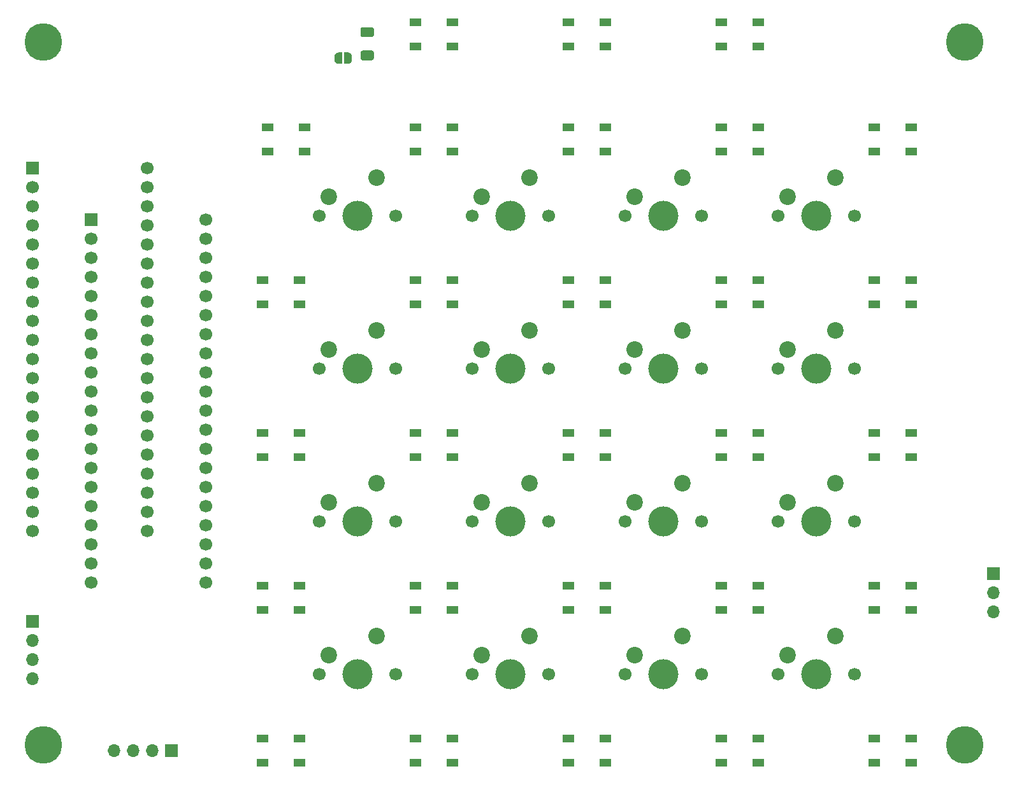
<source format=gbr>
%TF.GenerationSoftware,KiCad,Pcbnew,(5.1.9)-1*%
%TF.CreationDate,2021-04-29T15:18:10+10:00*%
%TF.ProjectId,MiniKeyboard,4d696e69-4b65-4796-926f-6172642e6b69,rev?*%
%TF.SameCoordinates,Original*%
%TF.FileFunction,Soldermask,Top*%
%TF.FilePolarity,Negative*%
%FSLAX46Y46*%
G04 Gerber Fmt 4.6, Leading zero omitted, Abs format (unit mm)*
G04 Created by KiCad (PCBNEW (5.1.9)-1) date 2021-04-29 15:18:10*
%MOMM*%
%LPD*%
G01*
G04 APERTURE LIST*
%ADD10R,1.700000X1.700000*%
%ADD11C,1.700000*%
%ADD12C,4.000000*%
%ADD13C,2.200000*%
%ADD14C,0.100000*%
%ADD15O,1.700000X1.700000*%
%ADD16C,5.000000*%
%ADD17R,1.500000X1.000000*%
G04 APERTURE END LIST*
D10*
%TO.C,U2*%
X103625000Y-75485000D03*
D11*
X103625000Y-83105000D03*
X103625000Y-80565000D03*
X118865000Y-80565000D03*
X118865000Y-85645000D03*
X103625000Y-85645000D03*
X103625000Y-88185000D03*
X118865000Y-90725000D03*
X118865000Y-93265000D03*
X118865000Y-75485000D03*
X103625000Y-93265000D03*
X118865000Y-83105000D03*
X118865000Y-78025000D03*
X118865000Y-95805000D03*
X103625000Y-95805000D03*
X118865000Y-88185000D03*
X118865000Y-98345000D03*
X103625000Y-98345000D03*
X103625000Y-90725000D03*
X103625000Y-78025000D03*
X118865000Y-100885000D03*
X103625000Y-103425000D03*
X118865000Y-118665000D03*
X118865000Y-121205000D03*
X103625000Y-123745000D03*
X118865000Y-113585000D03*
X118865000Y-123745000D03*
X118865000Y-116125000D03*
X103625000Y-105965000D03*
X103625000Y-108505000D03*
X118865000Y-108505000D03*
X118865000Y-103425000D03*
X118865000Y-105965000D03*
X103625000Y-111045000D03*
X103625000Y-121205000D03*
X103625000Y-100885000D03*
X103625000Y-116125000D03*
X118865000Y-111045000D03*
X103625000Y-113585000D03*
X103625000Y-118665000D03*
%TD*%
%TO.C,U1*%
X95885000Y-116840000D03*
X111125000Y-116840000D03*
X95885000Y-114300000D03*
X111125000Y-114300000D03*
X95885000Y-111760000D03*
X111125000Y-111760000D03*
X95885000Y-109220000D03*
X111125000Y-109220000D03*
X95885000Y-106680000D03*
X111125000Y-106680000D03*
X95885000Y-104140000D03*
X111125000Y-104140000D03*
X95885000Y-101600000D03*
X111125000Y-101600000D03*
X95885000Y-99060000D03*
X111125000Y-99060000D03*
X95885000Y-96520000D03*
X111125000Y-96520000D03*
X95885000Y-93980000D03*
X111125000Y-93980000D03*
X95885000Y-91440000D03*
X111125000Y-91440000D03*
X95885000Y-88900000D03*
X111125000Y-88900000D03*
X95885000Y-86360000D03*
X111125000Y-86360000D03*
X95885000Y-83820000D03*
X111125000Y-83820000D03*
X95885000Y-81280000D03*
X111125000Y-81280000D03*
X95885000Y-78740000D03*
X111125000Y-78740000D03*
X95885000Y-76200000D03*
X111125000Y-76200000D03*
X95885000Y-73660000D03*
X111125000Y-73660000D03*
X95885000Y-71120000D03*
X111125000Y-71120000D03*
D10*
X95885000Y-68580000D03*
D11*
X111125000Y-68580000D03*
%TD*%
%TO.C,SW16*%
X205105000Y-135890000D03*
X194945000Y-135890000D03*
D12*
X200025000Y-135890000D03*
D13*
X196215000Y-133350000D03*
X202565000Y-130810000D03*
%TD*%
D11*
%TO.C,SW15*%
X184785000Y-135890000D03*
X174625000Y-135890000D03*
D12*
X179705000Y-135890000D03*
D13*
X175895000Y-133350000D03*
X182245000Y-130810000D03*
%TD*%
D11*
%TO.C,SW14*%
X164465000Y-135890000D03*
X154305000Y-135890000D03*
D12*
X159385000Y-135890000D03*
D13*
X155575000Y-133350000D03*
X161925000Y-130810000D03*
%TD*%
D11*
%TO.C,SW13*%
X144145000Y-135890000D03*
X133985000Y-135890000D03*
D12*
X139065000Y-135890000D03*
D13*
X135255000Y-133350000D03*
X141605000Y-130810000D03*
%TD*%
D11*
%TO.C,SW12*%
X205105000Y-115570000D03*
X194945000Y-115570000D03*
D12*
X200025000Y-115570000D03*
D13*
X196215000Y-113030000D03*
X202565000Y-110490000D03*
%TD*%
D11*
%TO.C,SW11*%
X184785000Y-115570000D03*
X174625000Y-115570000D03*
D12*
X179705000Y-115570000D03*
D13*
X175895000Y-113030000D03*
X182245000Y-110490000D03*
%TD*%
D11*
%TO.C,SW10*%
X164465000Y-115570000D03*
X154305000Y-115570000D03*
D12*
X159385000Y-115570000D03*
D13*
X155575000Y-113030000D03*
X161925000Y-110490000D03*
%TD*%
D11*
%TO.C,SW9*%
X144145000Y-115570000D03*
X133985000Y-115570000D03*
D12*
X139065000Y-115570000D03*
D13*
X135255000Y-113030000D03*
X141605000Y-110490000D03*
%TD*%
D11*
%TO.C,SW8*%
X205105000Y-95250000D03*
X194945000Y-95250000D03*
D12*
X200025000Y-95250000D03*
D13*
X196215000Y-92710000D03*
X202565000Y-90170000D03*
%TD*%
D11*
%TO.C,SW7*%
X184785000Y-95250000D03*
X174625000Y-95250000D03*
D12*
X179705000Y-95250000D03*
D13*
X175895000Y-92710000D03*
X182245000Y-90170000D03*
%TD*%
D11*
%TO.C,SW6*%
X164465000Y-95250000D03*
X154305000Y-95250000D03*
D12*
X159385000Y-95250000D03*
D13*
X155575000Y-92710000D03*
X161925000Y-90170000D03*
%TD*%
D11*
%TO.C,SW5*%
X144145000Y-95250000D03*
X133985000Y-95250000D03*
D12*
X139065000Y-95250000D03*
D13*
X135255000Y-92710000D03*
X141605000Y-90170000D03*
%TD*%
D11*
%TO.C,SW4*%
X205105000Y-74930000D03*
X194945000Y-74930000D03*
D12*
X200025000Y-74930000D03*
D13*
X196215000Y-72390000D03*
X202565000Y-69850000D03*
%TD*%
D11*
%TO.C,SW3*%
X184785000Y-74930000D03*
X174625000Y-74930000D03*
D12*
X179705000Y-74930000D03*
D13*
X175895000Y-72390000D03*
X182245000Y-69850000D03*
%TD*%
D11*
%TO.C,SW2*%
X164465000Y-74930000D03*
X154305000Y-74930000D03*
D12*
X159385000Y-74930000D03*
D13*
X155575000Y-72390000D03*
X161925000Y-69850000D03*
%TD*%
D11*
%TO.C,SW1*%
X144145000Y-74930000D03*
X133985000Y-74930000D03*
D12*
X139065000Y-74930000D03*
D13*
X135255000Y-72390000D03*
X141605000Y-69850000D03*
%TD*%
%TO.C,R1*%
G36*
G01*
X139709999Y-52970000D02*
X140960001Y-52970000D01*
G75*
G02*
X141210000Y-53219999I0J-249999D01*
G01*
X141210000Y-54020001D01*
G75*
G02*
X140960001Y-54270000I-249999J0D01*
G01*
X139709999Y-54270000D01*
G75*
G02*
X139460000Y-54020001I0J249999D01*
G01*
X139460000Y-53219999D01*
G75*
G02*
X139709999Y-52970000I249999J0D01*
G01*
G37*
G36*
G01*
X139709999Y-49870000D02*
X140960001Y-49870000D01*
G75*
G02*
X141210000Y-50119999I0J-249999D01*
G01*
X141210000Y-50920001D01*
G75*
G02*
X140960001Y-51170000I-249999J0D01*
G01*
X139709999Y-51170000D01*
G75*
G02*
X139460000Y-50920001I0J249999D01*
G01*
X139460000Y-50119999D01*
G75*
G02*
X139709999Y-49870000I249999J0D01*
G01*
G37*
%TD*%
D14*
%TO.C,JP1*%
G36*
X136995000Y-54725000D02*
G01*
X136495000Y-54725000D01*
X136495000Y-54724398D01*
X136470466Y-54724398D01*
X136421635Y-54719588D01*
X136373510Y-54710016D01*
X136326555Y-54695772D01*
X136281222Y-54676995D01*
X136237949Y-54653864D01*
X136197150Y-54626604D01*
X136159221Y-54595476D01*
X136124524Y-54560779D01*
X136093396Y-54522850D01*
X136066136Y-54482051D01*
X136043005Y-54438778D01*
X136024228Y-54393445D01*
X136009984Y-54346490D01*
X136000412Y-54298365D01*
X135995602Y-54249534D01*
X135995602Y-54225000D01*
X135995000Y-54225000D01*
X135995000Y-53725000D01*
X135995602Y-53725000D01*
X135995602Y-53700466D01*
X136000412Y-53651635D01*
X136009984Y-53603510D01*
X136024228Y-53556555D01*
X136043005Y-53511222D01*
X136066136Y-53467949D01*
X136093396Y-53427150D01*
X136124524Y-53389221D01*
X136159221Y-53354524D01*
X136197150Y-53323396D01*
X136237949Y-53296136D01*
X136281222Y-53273005D01*
X136326555Y-53254228D01*
X136373510Y-53239984D01*
X136421635Y-53230412D01*
X136470466Y-53225602D01*
X136495000Y-53225602D01*
X136495000Y-53225000D01*
X136995000Y-53225000D01*
X136995000Y-54725000D01*
G37*
G36*
X137795000Y-53225602D02*
G01*
X137819534Y-53225602D01*
X137868365Y-53230412D01*
X137916490Y-53239984D01*
X137963445Y-53254228D01*
X138008778Y-53273005D01*
X138052051Y-53296136D01*
X138092850Y-53323396D01*
X138130779Y-53354524D01*
X138165476Y-53389221D01*
X138196604Y-53427150D01*
X138223864Y-53467949D01*
X138246995Y-53511222D01*
X138265772Y-53556555D01*
X138280016Y-53603510D01*
X138289588Y-53651635D01*
X138294398Y-53700466D01*
X138294398Y-53725000D01*
X138295000Y-53725000D01*
X138295000Y-54225000D01*
X138294398Y-54225000D01*
X138294398Y-54249534D01*
X138289588Y-54298365D01*
X138280016Y-54346490D01*
X138265772Y-54393445D01*
X138246995Y-54438778D01*
X138223864Y-54482051D01*
X138196604Y-54522850D01*
X138165476Y-54560779D01*
X138130779Y-54595476D01*
X138092850Y-54626604D01*
X138052051Y-54653864D01*
X138008778Y-54676995D01*
X137963445Y-54695772D01*
X137916490Y-54710016D01*
X137868365Y-54719588D01*
X137819534Y-54724398D01*
X137795000Y-54724398D01*
X137795000Y-54725000D01*
X137295000Y-54725000D01*
X137295000Y-53225000D01*
X137795000Y-53225000D01*
X137795000Y-53225602D01*
G37*
%TD*%
D15*
%TO.C,J3*%
X223520000Y-127635000D03*
X223520000Y-125095000D03*
D10*
X223520000Y-122555000D03*
%TD*%
D15*
%TO.C,J2*%
X95885000Y-136525000D03*
X95885000Y-133985000D03*
X95885000Y-131445000D03*
D10*
X95885000Y-128905000D03*
%TD*%
D15*
%TO.C,J1*%
X106680000Y-146050000D03*
X109220000Y-146050000D03*
X111760000Y-146050000D03*
D10*
X114300000Y-146050000D03*
%TD*%
D16*
%TO.C,H4*%
X219710000Y-51816000D03*
%TD*%
%TO.C,H3*%
X97282000Y-145288000D03*
%TD*%
%TO.C,H2*%
X97282000Y-51816000D03*
%TD*%
%TO.C,H1*%
X219710000Y-145288000D03*
%TD*%
D17*
%TO.C,D40*%
X207735000Y-144450000D03*
X207735000Y-147650000D03*
X212635000Y-144450000D03*
X212635000Y-147650000D03*
%TD*%
%TO.C,D39*%
X187415000Y-144450000D03*
X187415000Y-147650000D03*
X192315000Y-144450000D03*
X192315000Y-147650000D03*
%TD*%
%TO.C,D38*%
X167095000Y-144450000D03*
X167095000Y-147650000D03*
X171995000Y-144450000D03*
X171995000Y-147650000D03*
%TD*%
%TO.C,D37*%
X146775000Y-144450000D03*
X146775000Y-147650000D03*
X151675000Y-144450000D03*
X151675000Y-147650000D03*
%TD*%
%TO.C,D36*%
X126455000Y-144450000D03*
X126455000Y-147650000D03*
X131355000Y-144450000D03*
X131355000Y-147650000D03*
%TD*%
%TO.C,D31*%
X207735000Y-124130000D03*
X207735000Y-127330000D03*
X212635000Y-124130000D03*
X212635000Y-127330000D03*
%TD*%
%TO.C,D30*%
X187415000Y-124130000D03*
X187415000Y-127330000D03*
X192315000Y-124130000D03*
X192315000Y-127330000D03*
%TD*%
%TO.C,D29*%
X167095000Y-124130000D03*
X167095000Y-127330000D03*
X171995000Y-124130000D03*
X171995000Y-127330000D03*
%TD*%
%TO.C,D28*%
X146775000Y-124130000D03*
X146775000Y-127330000D03*
X151675000Y-124130000D03*
X151675000Y-127330000D03*
%TD*%
%TO.C,D27*%
X126455000Y-124130000D03*
X126455000Y-127330000D03*
X131355000Y-124130000D03*
X131355000Y-127330000D03*
%TD*%
%TO.C,D18*%
X207735000Y-103810000D03*
X207735000Y-107010000D03*
X212635000Y-103810000D03*
X212635000Y-107010000D03*
%TD*%
%TO.C,D17*%
X187415000Y-103810000D03*
X187415000Y-107010000D03*
X192315000Y-103810000D03*
X192315000Y-107010000D03*
%TD*%
%TO.C,D16*%
X167095000Y-103810000D03*
X167095000Y-107010000D03*
X171995000Y-103810000D03*
X171995000Y-107010000D03*
%TD*%
%TO.C,D15*%
X146775000Y-103810000D03*
X146775000Y-107010000D03*
X151675000Y-103810000D03*
X151675000Y-107010000D03*
%TD*%
%TO.C,D14*%
X126455000Y-103810000D03*
X126455000Y-107010000D03*
X131355000Y-103810000D03*
X131355000Y-107010000D03*
%TD*%
%TO.C,D13*%
X207735000Y-83490000D03*
X207735000Y-86690000D03*
X212635000Y-83490000D03*
X212635000Y-86690000D03*
%TD*%
%TO.C,D12*%
X187415000Y-83490000D03*
X187415000Y-86690000D03*
X192315000Y-83490000D03*
X192315000Y-86690000D03*
%TD*%
%TO.C,D11*%
X167095000Y-83490000D03*
X167095000Y-86690000D03*
X171995000Y-83490000D03*
X171995000Y-86690000D03*
%TD*%
%TO.C,D10*%
X146775000Y-83490000D03*
X146775000Y-86690000D03*
X151675000Y-83490000D03*
X151675000Y-86690000D03*
%TD*%
%TO.C,D9*%
X126455000Y-83490000D03*
X126455000Y-86690000D03*
X131355000Y-83490000D03*
X131355000Y-86690000D03*
%TD*%
%TO.C,D8*%
X207735000Y-63170000D03*
X207735000Y-66370000D03*
X212635000Y-63170000D03*
X212635000Y-66370000D03*
%TD*%
%TO.C,D7*%
X187415000Y-63170000D03*
X187415000Y-66370000D03*
X192315000Y-63170000D03*
X192315000Y-66370000D03*
%TD*%
%TO.C,D6*%
X167095000Y-63170000D03*
X167095000Y-66370000D03*
X171995000Y-63170000D03*
X171995000Y-66370000D03*
%TD*%
%TO.C,D5*%
X146775000Y-63170000D03*
X146775000Y-66370000D03*
X151675000Y-63170000D03*
X151675000Y-66370000D03*
%TD*%
%TO.C,D4*%
X127090000Y-63170000D03*
X127090000Y-66370000D03*
X131990000Y-63170000D03*
X131990000Y-66370000D03*
%TD*%
%TO.C,D3*%
X187415000Y-49200000D03*
X187415000Y-52400000D03*
X192315000Y-49200000D03*
X192315000Y-52400000D03*
%TD*%
%TO.C,D2*%
X167095000Y-49200000D03*
X167095000Y-52400000D03*
X171995000Y-49200000D03*
X171995000Y-52400000D03*
%TD*%
%TO.C,D1*%
X146775000Y-49200000D03*
X146775000Y-52400000D03*
X151675000Y-49200000D03*
X151675000Y-52400000D03*
%TD*%
M02*

</source>
